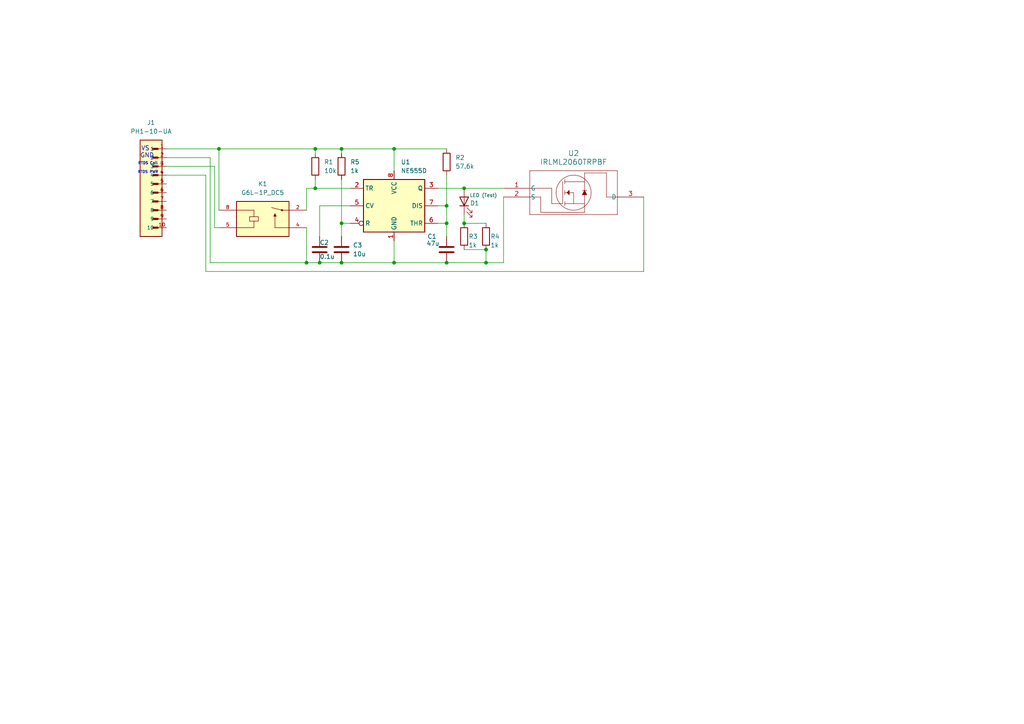
<source format=kicad_sch>
(kicad_sch (version 20231120) (generator "eeschema") (generator_version "8.0")
  (paper "A4")
  (lib_symbols
    (symbol "10 pin output:PH1-10-UA" (pin_names (offset 1.016))
      (property "Reference" "J" (at 0 28.448 0))
      (property "Value" "PH1-10-UA" (at 0 0 0))
      (symbol "PH1-10-UA_0_0"
        (polyline (pts (xy 3.81 2.54) (xy 5.08 2.54)) (stroke (width 0.6096)))
        (polyline (pts (xy 3.81 5.08) (xy 5.08 5.08)) (stroke (width 0.6096)))
        (polyline (pts (xy 3.81 7.62) (xy 5.08 7.62)) (stroke (width 0.6096)))
        (polyline (pts (xy 3.81 10.16) (xy 5.08 10.16)) (stroke (width 0.6096)))
        (polyline (pts (xy 3.81 12.7) (xy 5.08 12.7)) (stroke (width 0.6096)))
        (polyline (pts (xy 3.81 15.24) (xy 5.08 15.24)) (stroke (width 0.6096)))
        (polyline (pts (xy 3.81 17.78) (xy 5.08 17.78)) (stroke (width 0.6096)))
        (polyline (pts (xy 3.81 20.32) (xy 5.08 20.32)) (stroke (width 0.6096)))
        (polyline (pts (xy 3.81 22.86) (xy 5.08 22.86)) (stroke (width 0.6096)))
        (polyline (pts (xy 3.81 25.4) (xy 5.08 25.4)) (stroke (width 0.6096)))
        (rectangle (start 0 0) (end 6.35 27.94) (stroke (width 0.254)) (fill (type background)))
        (pin passive line (at 7.62 25.4 180) (length 2.54) (name "1") (number "1"))
        (pin passive line (at 7.62 2.54 180) (length 2.54) (name "10") (number "10"))
        (pin passive line (at 7.62 22.86 180) (length 2.54) (name "2") (number "2"))
        (pin passive line (at 7.62 20.32 180) (length 2.54) (name "3") (number "3"))
        (pin passive line (at 7.62 17.78 180) (length 2.54) (name "4") (number "4"))
        (pin passive line (at 7.62 15.24 180) (length 2.54) (name "5") (number "5"))
        (pin passive line (at 7.62 12.7 180) (length 2.54) (name "6") (number "6"))
        (pin passive line (at 7.62 10.16 180) (length 2.54) (name "7") (number "7"))
        (pin passive line (at 7.62 7.62 180) (length 2.54) (name "8") (number "8"))
        (pin passive line (at 7.62 5.08 180) (length 2.54) (name "9") (number "9"))
      )
    )
    (symbol "Device:C" (pin_numbers hide) (pin_names (offset 0.254))
      (property "Reference" "C" (at 0.635 2.54 0))
      (property "Value" "C" (at 0.635 -2.54 0))
      (symbol "C_0_1"
        (polyline (pts (xy -2.032 -0.762) (xy 2.032 -0.762)) (stroke (width 0.508)))
        (polyline (pts (xy -2.032 0.762) (xy 2.032 0.762)) (stroke (width 0.508)))
      )
      (symbol "C_1_1"
        (pin passive line (at 0 3.81 270) (length 2.794) (name "~") (number "1"))
        (pin passive line (at 0 -3.81 90) (length 2.794) (name "~") (number "2"))
      )
    )
    (symbol "Device:LED" (pin_numbers hide) (pin_names (offset 1.016) hide)
      (property "Reference" "D" (at 0 2.54 0))
      (property "Value" "LED" (at 0 -2.54 0))
      (symbol "LED_0_1"
        (polyline (pts (xy -1.27 -1.27) (xy -1.27 1.27)) (stroke (width 0.254)))
        (polyline (pts (xy -1.27 0) (xy 1.27 0)))
        (polyline (pts (xy 1.27 -1.27) (xy 1.27 1.27) (xy -1.27 0) (xy 1.27 -1.27)) (stroke (width 0.254)))
        (polyline (pts (xy -3.048 -0.762) (xy -4.572 -2.286) (xy -3.81 -2.286) (xy -4.572 -2.286) (xy -4.572 -1.524)))
        (polyline (pts (xy -1.778 -0.762) (xy -3.302 -2.286) (xy -2.54 -2.286) (xy -3.302 -2.286) (xy -3.302 -1.524)))
      )
      (symbol "LED_1_1"
        (pin passive line (at -3.81 0 0) (length 2.54) (name "K") (number "1"))
        (pin passive line (at 3.81 0 180) (length 2.54) (name "A") (number "2"))
      )
    )
    (symbol "Device:R" (pin_numbers hide) (pin_names (offset 0))
      (property "Reference" "R" (at 2.032 0 90))
      (property "Value" "R" (at 0 0 90))
      (symbol "R_0_1"
        (rectangle (start -1.016 -2.54) (end 1.016 2.54) (stroke (width 0.254)))
      )
      (symbol "R_1_1"
        (pin passive line (at 0 3.81 270) (length 1.27) (name "~") (number "1"))
        (pin passive line (at 0 -3.81 90) (length 1.27) (name "~") (number "2"))
      )
    )
    (symbol "IRLML2060TRPBF:IRLML2060TRPBF" (pin_names (offset 0.254))
      (property "Reference" "U" (at 20.32 10.16 0))
      (property "Value" "IRLML2060TRPBF" (at 20.32 7.62 0))
      (symbol "IRLML2060TRPBF_0_1"
        (polyline (pts (xy 7.62 -7.62) (xy 33.02 -7.62)) (stroke (width 0.127)))
        (polyline (pts (xy 7.62 -2.54) (xy 10.795 -2.54)) (stroke (width 0.127)))
        (polyline (pts (xy 7.62 5.08) (xy 7.62 -7.62)) (stroke (width 0.127)))
        (polyline (pts (xy 10.795 -6.985) (xy 23.495 -6.985)) (stroke (width 0.127)))
        (polyline (pts (xy 10.795 -2.54) (xy 10.795 -6.985)) (stroke (width 0.127)))
        (polyline (pts (xy 13.97 -4.445) (xy 13.97 0)) (stroke (width 0.127)))
        (polyline (pts (xy 13.97 0) (xy 7.62 0)) (stroke (width 0.127)))
        (polyline (pts (xy 17.145 -4.445) (xy 13.97 -4.445)) (stroke (width 0.127)))
        (polyline (pts (xy 17.145 1.905) (xy 17.145 -4.445)) (stroke (width 0.127)))
        (polyline (pts (xy 17.78 -5.08) (xy 17.78 -3.81)) (stroke (width 0.127)))
        (polyline (pts (xy 17.78 -4.445) (xy 23.495 -4.445)) (stroke (width 0.127)))
        (polyline (pts (xy 17.78 -1.27) (xy 20.32 -1.27)) (stroke (width 0.127)))
        (polyline (pts (xy 17.78 -0.635) (xy 17.78 -1.905)) (stroke (width 0.127)))
        (polyline (pts (xy 17.78 1.905) (xy 23.495 1.905)) (stroke (width 0.127)))
        (polyline (pts (xy 17.78 2.54) (xy 17.78 1.27)) (stroke (width 0.127)))
        (polyline (pts (xy 18.415 -1.27) (xy 19.05 -0.635)) (stroke (width 0.127)))
        (polyline (pts (xy 19.05 -1.905) (xy 18.415 -1.27)) (stroke (width 0.127)))
        (polyline (pts (xy 19.05 -0.635) (xy 19.05 -1.905)) (stroke (width 0.127)))
        (polyline (pts (xy 20.32 -4.445) (xy 20.32 -1.27)) (stroke (width 0.127)))
        (polyline (pts (xy 22.86 -1.905) (xy 23.495 -0.635)) (stroke (width 0.127)))
        (polyline (pts (xy 22.86 -1.905) (xy 24.13 -1.905)) (stroke (width 0.127)))
        (polyline (pts (xy 22.86 -0.635) (xy 24.13 -0.635)) (stroke (width 0.127)))
        (polyline (pts (xy 23.495 -6.985) (xy 23.495 4.445)) (stroke (width 0.127)))
        (polyline (pts (xy 23.495 -0.635) (xy 24.13 -1.905)) (stroke (width 0.127)))
        (polyline (pts (xy 23.495 4.445) (xy 29.845 4.445)) (stroke (width 0.127)))
        (polyline (pts (xy 29.845 -2.54) (xy 33.02 -2.54)) (stroke (width 0.127)))
        (polyline (pts (xy 29.845 4.445) (xy 29.845 -2.54)) (stroke (width 0.127)))
        (polyline (pts (xy 33.02 -7.62) (xy 33.02 5.08)) (stroke (width 0.127)))
        (polyline (pts (xy 33.02 5.08) (xy 7.62 5.08)) (stroke (width 0.127)))
        (polyline (pts (xy 18.415 -1.27) (xy 19.05 -0.635) (xy 19.05 -1.905)) (fill (type outline)))
        (polyline (pts (xy 22.86 -1.905) (xy 23.495 -0.635) (xy 24.13 -1.905)) (fill (type outline)))
        (circle (center 20.32 -1.27) (radius 5.08) (stroke (width 0.127)))
        (pin unspecified line (at 0 0 0) (length 7.62) (name "G") (number "1"))
        (pin unspecified line (at 0 -2.54 0) (length 7.62) (name "S") (number "2"))
        (pin unspecified line (at 40.64 -2.54 180) (length 7.62) (name "D") (number "3"))
      )
    )
    (symbol "Relay:G6L-1P_DC5" (pin_names (offset 1.016))
      (property "Reference" "K" (at -7.62 6.35 0))
      (property "Value" "G6L-1P_DC5" (at -7.62 -7.62 0))
      (symbol "G6L-1P_DC5_0_0"
        (rectangle (start -7.62 -5.08) (end 7.62 5.08) (stroke (width 0.254)) (fill (type background)))
        (polyline (pts (xy -7.62 -2.54) (xy -2.54 -2.54)) (stroke (width 0.1524)))
        (polyline (pts (xy -7.62 2.54) (xy -2.54 2.54)) (stroke (width 0.1524)))
        (polyline (pts (xy -3.81 -0.635) (xy -3.81 0.635)) (stroke (width 0.1524)))
        (polyline (pts (xy -3.81 0.635) (xy -2.54 0.635)) (stroke (width 0.1524)))
        (polyline (pts (xy -2.54 -0.635) (xy -3.81 -0.635)) (stroke (width 0.1524)))
        (polyline (pts (xy -2.54 -0.635) (xy -2.54 -2.54)) (stroke (width 0.1524)))
        (polyline (pts (xy -2.54 0.635) (xy -1.27 0.635)) (stroke (width 0.1524)))
        (polyline (pts (xy -2.54 2.54) (xy -2.54 0.635)) (stroke (width 0.1524)))
        (polyline (pts (xy -1.27 -0.635) (xy -2.54 -0.635)) (stroke (width 0.1524)))
        (polyline (pts (xy -1.27 0.635) (xy -1.27 -0.635)) (stroke (width 0.1524)))
        (polyline (pts (xy 3.556 -2.54) (xy 3.556 0.762)) (stroke (width 0.1524)))
        (polyline (pts (xy 5.588 2.54) (xy 2.54 3.302)) (stroke (width 0.1524)))
        (polyline (pts (xy 7.62 -2.54) (xy 3.556 -2.54)) (stroke (width 0.1524)))
        (polyline (pts (xy 7.62 2.54) (xy 5.588 2.54)) (stroke (width 0.1524)))
        (polyline (pts (xy 3.175 0.762) (xy 3.937 0.762) (xy 3.556 1.524) (xy 3.175 0.762)) (stroke (width 0.1524)) (fill (type outline)))
        (circle (center 5.588 2.54) (radius 0.1524) (stroke (width 0.3048)))
        (pin passive line (at 12.7 2.54 180) (length 5.08) (name "~") (number "2"))
        (pin passive line (at 12.7 -2.54 180) (length 5.08) (name "~") (number "4"))
        (pin passive line (at -12.7 -2.54 0) (length 5.08) (name "~") (number "5"))
        (pin passive line (at -12.7 2.54 0) (length 5.08) (name "~") (number "8"))
      )
    )
    (symbol "Timer:NE555D"
      (property "Reference" "U" (at -10.16 8.89 0))
      (property "Value" "NE555D" (at 2.54 8.89 0))
      (symbol "NE555D_0_0"
        (pin power_in line (at 0 -10.16 90) (length 2.54) (name "GND") (number "1"))
        (pin power_in line (at 0 10.16 270) (length 2.54) (name "VCC") (number "8"))
      )
      (symbol "NE555D_0_1"
        (rectangle (start -8.89 -7.62) (end 8.89 7.62) (stroke (width 0.254)) (fill (type background)))
        (rectangle (start -8.89 -7.62) (end 8.89 7.62) (stroke (width 0.254)) (fill (type background)))
      )
      (symbol "NE555D_1_1"
        (pin input line (at -12.7 5.08 0) (length 3.81) (name "TR") (number "2"))
        (pin output line (at 12.7 5.08 180) (length 3.81) (name "Q") (number "3"))
        (pin input inverted (at -12.7 -5.08 0) (length 3.81) (name "R") (number "4"))
        (pin input line (at -12.7 0 0) (length 3.81) (name "CV") (number "5"))
        (pin input line (at 12.7 -5.08 180) (length 3.81) (name "THR") (number "6"))
        (pin input line (at 12.7 0 180) (length 3.81) (name "DIS") (number "7"))
      )
    )
  )
  (junction (at 99.06 43.18))
  (junction (at 134.62 64.77))
  (junction (at 140.97 72.39))
  (junction (at 63.5 43.18))
  (junction (at 114.3 76.2))
  (junction (at 92.71 76.2))
  (junction (at 129.54 59.69))
  (junction (at 99.06 76.2))
  (junction (at 129.54 76.2))
  (junction (at 114.3 43.18))
  (junction (at 129.54 64.77))
  (junction (at 134.62 54.61))
  (junction (at 140.97 76.2))
  (junction (at 91.44 43.18))
  (junction (at 99.06 64.77))
  (junction (at 91.44 54.61))
  (junction (at 88.9 76.2))
  (wire (pts (xy 99.06 43.18) (xy 99.06 44.45)))
  (wire (pts (xy 63.5 43.18) (xy 63.5 60.96)))
  (wire (pts (xy 134.62 62.23) (xy 134.62 64.77)))
  (wire (pts (xy 59.69 78.74) (xy 186.69 78.74)))
  (wire (pts (xy 91.44 43.18) (xy 91.44 44.45)))
  (wire (pts (xy 114.3 43.18) (xy 114.3 49.53)))
  (wire (pts (xy 99.06 64.77) (xy 101.6 64.77)))
  (wire (pts (xy 99.06 52.07) (xy 99.06 64.77)))
  (wire (pts (xy 91.44 54.61) (xy 101.6 54.61)))
  (wire (pts (xy 92.71 76.2) (xy 99.06 76.2)))
  (wire (pts (xy 48.26 45.72) (xy 60.96 45.72)))
  (wire (pts (xy 134.62 64.77) (xy 140.97 64.77)))
  (wire (pts (xy 88.9 54.61) (xy 88.9 60.96)))
  (wire (pts (xy 127 54.61) (xy 134.62 54.61)))
  (wire (pts (xy 88.9 76.2) (xy 92.71 76.2)))
  (wire (pts (xy 114.3 43.18) (xy 129.54 43.18)))
  (wire (pts (xy 114.3 76.2) (xy 129.54 76.2)))
  (wire (pts (xy 101.6 59.69) (xy 92.71 59.69)))
  (wire (pts (xy 63.5 66.04) (xy 62.23 66.04)))
  (wire (pts (xy 146.05 76.2) (xy 140.97 76.2)))
  (wire (pts (xy 92.71 59.69) (xy 92.71 68.58)))
  (wire (pts (xy 114.3 69.85) (xy 114.3 76.2)))
  (wire (pts (xy 140.97 76.2) (xy 129.54 76.2)))
  (wire (pts (xy 91.44 43.18) (xy 99.06 43.18)))
  (wire (pts (xy 99.06 76.2) (xy 114.3 76.2)))
  (wire (pts (xy 140.97 72.39) (xy 140.97 76.2)))
  (wire (pts (xy 48.26 50.8) (xy 59.69 50.8)))
  (wire (pts (xy 63.5 43.18) (xy 91.44 43.18)))
  (wire (pts (xy 146.05 57.15) (xy 146.05 76.2)))
  (wire (pts (xy 60.96 76.2) (xy 88.9 76.2)))
  (wire (pts (xy 59.69 50.8) (xy 59.69 78.74)))
  (wire (pts (xy 88.9 66.04) (xy 88.9 76.2)))
  (wire (pts (xy 129.54 50.8) (xy 129.54 59.69)))
  (wire (pts (xy 134.62 72.39) (xy 140.97 72.39)))
  (wire (pts (xy 186.69 78.74) (xy 186.69 57.15)))
  (wire (pts (xy 48.26 43.18) (xy 63.5 43.18)))
  (wire (pts (xy 127 64.77) (xy 129.54 64.77)))
  (wire (pts (xy 91.44 54.61) (xy 88.9 54.61)))
  (wire (pts (xy 134.62 54.61) (xy 146.05 54.61)))
  (wire (pts (xy 129.54 59.69) (xy 127 59.69)))
  (wire (pts (xy 91.44 52.07) (xy 91.44 54.61)))
  (wire (pts (xy 99.06 64.77) (xy 99.06 68.58)))
  (wire (pts (xy 60.96 45.72) (xy 60.96 76.2)))
  (wire (pts (xy 129.54 59.69) (xy 129.54 64.77)))
  (wire (pts (xy 129.54 68.58) (xy 129.54 64.77)))
  (wire (pts (xy 99.06 43.18) (xy 114.3 43.18)))
  (wire (pts (xy 62.23 66.04) (xy 62.23 48.26)))
  (wire (pts (xy 62.23 48.26) (xy 48.26 48.26)))
  (text "RTDS PWR -" (at 43.688 50.038 0) (effects (font (size 0.762 0.762))))
  (text "GND\n" (at 42.672 45.212 0) (effects (font (size 1.27 1.27))))
  (text "RTDS Coil -\n" (at 43.688 47.498 0) (effects (font (size 0.762 0.762))))
  (text "VS" (at 42.164 43.18 0) (effects (font (size 1.27 1.27))))
  (symbol (lib_id "Device:R") (at 99.06 48.26 0) (unit 1)
    (property "Reference" "R5" (at 101.6 46.99 0) (effects (justify left)))
    (property "Value" "1k" (at 101.6 49.53 0) (effects (justify left)))
    (property "Footprint" "CF14JT10K0:STA_CF14_STP" (effects (hide yes)))
  )
  (symbol (lib_id "Device:C") (at 99.06 72.39 0) (unit 1)
    (property "Reference" "C3" (at 102.362 71.12 0) (effects (justify left)))
    (property "Value" "10u" (at 102.362 73.66 0) (effects (justify left)))
    (property "Footprint" "Capacitor 0.1u:CAP_CL31_SAM" (effects (hide yes)))
  )
  (symbol (lib_id "IRLML2060TRPBF:IRLML2060TRPBF") (at 146.05 54.61 0) (unit 1)
    (property "Reference" "U2" (at 166.37 44.45 0) (effects (font (size 1.524 1.524))))
    (property "Value" "IRLML2060TRPBF" (at 166.37 46.99 0) (effects (font (size 1.524 1.524))))
    (property "Footprint" "NMOS:SOT23_INF" (effects (hide yes)))
    (property "Datasheet" "IRLML2060TRPBF" (effects (hide yes)))
  )
  (symbol (lib_id "Device:R") (at 129.54 46.99 0) (unit 1)
    (property "Reference" "R2" (at 132.08 45.72 0) (effects (justify left)))
    (property "Value" "57.6k" (at 132.08 48.26 0) (effects (justify left)))
    (property "Footprint" "CF14JT10K0:STA_CF14_STP" (effects (hide yes)))
  )
  (symbol (lib_id "Device:LED") (at 134.62 58.42 90) (unit 1)
    (property "Reference" "D1" (at 137.668 58.928 90))
    (property "Value" "LED (Test)" (at 140.208 56.642 90) (effects (font (size 1 1))))
    (property "Footprint" "Yellow RTDS LED:LED_AP3216SYD_KNB" (effects (hide yes)))
  )
  (symbol (lib_id "Device:C") (at 92.71 72.39 0) (unit 1)
    (property "Reference" "C2" (at 92.71 70.358 0) (effects (justify left)))
    (property "Value" "0.1u" (at 92.71 74.422 0) (effects (justify left)))
    (property "Footprint" "Capacitor 0.1u:CAP_CL31_SAM" (effects (hide yes)))
  )
  (symbol (lib_id "Device:R") (at 91.44 48.26 0) (unit 1)
    (property "Reference" "R1" (at 93.98 46.99 0) (effects (justify left)))
    (property "Value" "10k" (at 93.98 49.53 0) (effects (justify left)))
    (property "Footprint" "CF14JT10K0:STA_CF14_STP" (effects (hide yes)))
  )
  (symbol (lib_id "Device:R") (at 140.97 68.58 0) (unit 1)
    (property "Reference" "R4" (at 142.24 68.58 0) (effects (justify left)))
    (property "Value" "1k" (at 142.24 71.12 0) (effects (justify left)))
    (property "Footprint" "1k Resistor:STA_RMCF0603_STP-L" (effects (hide yes)))
  )
  (symbol (lib_id "Relay:G6L-1P_DC5") (at 76.2 63.5 0) (unit 1)
    (property "Reference" "K1" (at 76.2 53.34 0))
    (property "Value" "G6L-1P_DC5" (at 76.2 55.88 0))
    (property "Footprint" "RTDS Relay:RELAY_G6L-1P_DC5" (effects (hide yes)))
    (property "MF" "Omron Electronics" (effects (hide yes)))
    (property "DESCRIPTION" "Telecom Relay SPST-NO (1 Form A) Through Hole" (effects (hide yes)))
    (property "PACKAGE" "None" (effects (hide yes)))
    (property "PRICE" "None" (effects (hide yes)))
    (property "MP" "G6L-1P-DC24" (effects (hide yes)))
    (property "AVAILABILITY" "Unavailable" (effects (hide yes)))
  )
  (symbol (lib_id "Device:R") (at 134.62 68.58 0) (unit 1)
    (property "Reference" "R3" (at 135.89 68.58 0) (effects (justify left)))
    (property "Value" "1k" (at 135.89 71.12 0) (effects (justify left)))
    (property "Footprint" "1k Resistor:STA_RMCF0603_STP-L" (effects (hide yes)))
  )
  (symbol (lib_id "Timer:NE555D") (at 114.3 59.69 0) (unit 1)
    (property "Reference" "U1" (at 116.2559 46.99 0) (effects (justify left)))
    (property "Value" "NE555D" (at 116.2559 49.53 0) (effects (justify left)))
    (property "Footprint" "Package_SO:SOIC-8_3.9x4.9mm_P1.27mm" (effects (hide yes)))
    (property "Datasheet" "http://www.ti.com/lit/ds/symlink/ne555.pdf" (effects (hide yes)))
  )
  (symbol (lib_id "10 pin output:PH1-10-UA") (at 40.64 68.58 0) (unit 1)
    (property "Reference" "J1" (at 43.815 35.56 0))
    (property "Value" "PH1-10-UA" (at 43.815 38.1 0))
    (property "Footprint" "10 pin output:1X10-2.54MM-THT" (effects (hide yes)))
    (property "MF" "Adam Tech" (effects (hide yes)))
    (property "Description_1" "\n                        \n                            Connector Header Through Hole 10 position 0.100 (2.54mm)\n                        \n" (effects (hide yes)))
    (property "Package" "None" (effects (hide yes)))
    (property "Price" "None" (effects (hide yes)))
    (property "SnapEDA_Link" "https://www.snapeda.com/parts/PH1-10-UA/Adam+Tech/view-part/?ref=snap" (effects (hide yes)))
    (property "MP" "PH1-10-UA" (effects (hide yes)))
    (property "Availability" "In Stock" (effects (hide yes)))
    (property "Check_prices" "https://www.snapeda.com/parts/PH1-10-UA/Adam+Tech/view-part/?ref=eda" (effects (hide yes)))
  )
  (symbol (lib_id "Device:C") (at 129.54 72.39 0) (unit 1)
    (property "Reference" "C1" (at 123.952 68.58 0) (effects (justify left)))
    (property "Value" "47u" (at 123.698 70.612 0) (effects (justify left)))
    (property "Footprint" "Capacitor 47u:CAP_CL32_SAM" (effects (hide yes)))
  )
)
</source>
